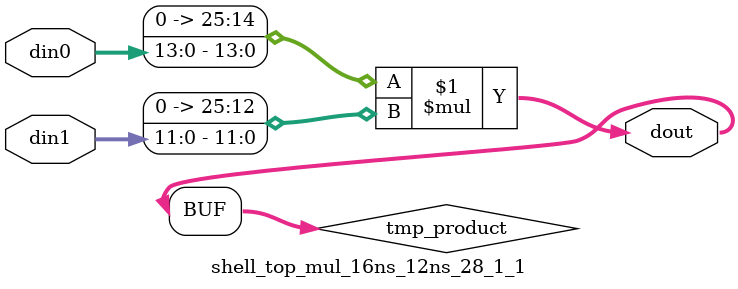
<source format=v>

`timescale 1 ns / 1 ps

  module shell_top_mul_16ns_12ns_28_1_1(din0, din1, dout);
parameter ID = 1;
parameter NUM_STAGE = 0;
parameter din0_WIDTH = 14;
parameter din1_WIDTH = 12;
parameter dout_WIDTH = 26;

input [din0_WIDTH - 1 : 0] din0; 
input [din1_WIDTH - 1 : 0] din1; 
output [dout_WIDTH - 1 : 0] dout;

wire signed [dout_WIDTH - 1 : 0] tmp_product;










assign tmp_product = $signed({1'b0, din0}) * $signed({1'b0, din1});











assign dout = tmp_product;







endmodule

</source>
